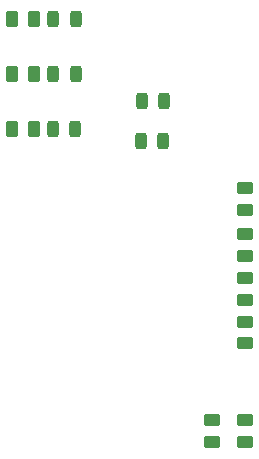
<source format=gtp>
G04 #@! TF.GenerationSoftware,KiCad,Pcbnew,(6.0.11)*
G04 #@! TF.CreationDate,2023-03-19T09:35:33+01:00*
G04 #@! TF.ProjectId,powerbar_pcb,706f7765-7262-4617-925f-7063622e6b69,rev?*
G04 #@! TF.SameCoordinates,Original*
G04 #@! TF.FileFunction,Paste,Top*
G04 #@! TF.FilePolarity,Positive*
%FSLAX46Y46*%
G04 Gerber Fmt 4.6, Leading zero omitted, Abs format (unit mm)*
G04 Created by KiCad (PCBNEW (6.0.11)) date 2023-03-19 09:35:33*
%MOMM*%
%LPD*%
G01*
G04 APERTURE LIST*
G04 Aperture macros list*
%AMRoundRect*
0 Rectangle with rounded corners*
0 $1 Rounding radius*
0 $2 $3 $4 $5 $6 $7 $8 $9 X,Y pos of 4 corners*
0 Add a 4 corners polygon primitive as box body*
4,1,4,$2,$3,$4,$5,$6,$7,$8,$9,$2,$3,0*
0 Add four circle primitives for the rounded corners*
1,1,$1+$1,$2,$3*
1,1,$1+$1,$4,$5*
1,1,$1+$1,$6,$7*
1,1,$1+$1,$8,$9*
0 Add four rect primitives between the rounded corners*
20,1,$1+$1,$2,$3,$4,$5,0*
20,1,$1+$1,$4,$5,$6,$7,0*
20,1,$1+$1,$6,$7,$8,$9,0*
20,1,$1+$1,$8,$9,$2,$3,0*%
G04 Aperture macros list end*
%ADD10RoundRect,0.250000X-0.450000X0.262500X-0.450000X-0.262500X0.450000X-0.262500X0.450000X0.262500X0*%
%ADD11RoundRect,0.250000X0.450000X-0.262500X0.450000X0.262500X-0.450000X0.262500X-0.450000X-0.262500X0*%
%ADD12RoundRect,0.250000X-0.262500X-0.450000X0.262500X-0.450000X0.262500X0.450000X-0.262500X0.450000X0*%
%ADD13RoundRect,0.243750X0.243750X0.456250X-0.243750X0.456250X-0.243750X-0.456250X0.243750X-0.456250X0*%
%ADD14RoundRect,0.243750X-0.243750X-0.456250X0.243750X-0.456250X0.243750X0.456250X-0.243750X0.456250X0*%
G04 APERTURE END LIST*
D10*
X124120000Y-72072000D03*
X124120000Y-73897000D03*
D11*
X121320000Y-93572500D03*
X121320000Y-91747500D03*
D12*
X104417500Y-67040000D03*
X106242500Y-67040000D03*
D10*
X124110000Y-79702000D03*
X124110000Y-81527000D03*
X124120000Y-75959500D03*
X124120000Y-77784500D03*
D12*
X104437500Y-57770000D03*
X106262500Y-57770000D03*
D13*
X117175000Y-68100000D03*
X115300000Y-68100000D03*
D14*
X107902500Y-57770000D03*
X109777500Y-57770000D03*
D13*
X117237500Y-64700000D03*
X115362500Y-64700000D03*
D11*
X124120000Y-93542500D03*
X124120000Y-91717500D03*
D10*
X124110000Y-83402000D03*
X124110000Y-85227000D03*
D14*
X107902500Y-62410000D03*
X109777500Y-62410000D03*
D12*
X104417500Y-62410000D03*
X106242500Y-62410000D03*
D14*
X107882500Y-67040000D03*
X109757500Y-67040000D03*
M02*

</source>
